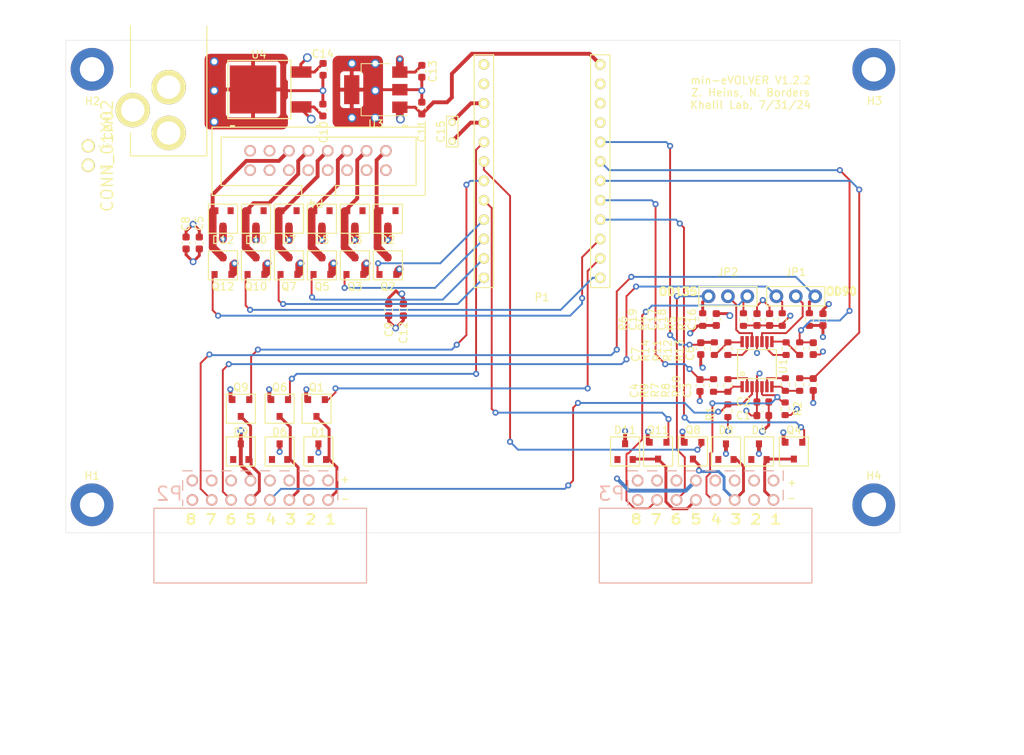
<source format=kicad_pcb>
(kicad_pcb (version 20211014) (generator pcbnew)
  (layers (0 "F.Cu" signal) (1 "In1.Cu" signal) (2 "In2.Cu" signal) (31 "B.Cu" signal) (34 "B.Paste" user) (35 "F.Paste" user) (36 "B.SilkS" user "B.Silkscreen") (37 "F.SilkS" user "F.Silkscreen") (38 "B.Mask" user) (39 "F.Mask" user) (44 "Edge.Cuts" user))
  (net 0 "")
  (net 1 "GND")
  (net 2 "+3V3")
  (net 3 "/A1")
  (net 4 "/A0")
  (net 5 "+12V")
  (net 6 "/A2")
  (net 7 "/A3")
  (net 8 "+5V")
  (net 9 "Net-(C15-Pad1)")
  (net 10 "/FAN-0")
  (net 11 "/P-0")
  (net 12 "/P-1")
  (net 13 "/FAN-1")
  (net 14 "/P-2")
  (net 15 "/HTR-0")
  (net 16 "/P-3")
  (net 17 "/HTR-1")
  (net 18 "/LED-0")
  (net 19 "/P-4")
  (net 20 "/LED-1")
  (net 21 "/P-5")
  (net 22 "/OD135-0")
  (net 23 "/OD-0")
  (net 24 "/OD90-0")
  (net 25 "/OD90-1")
  (net 26 "/OD-1")
  (net 27 "/OD135-1")
  (net 28 "/10")
  (net 29 "/11")
  (net 30 "/12")
  (net 31 "/13")
  (net 32 "/2")
  (net 33 "/3")
  (net 34 "/4")
  (net 35 "/5")
  (net 36 "/6")
  (net 37 "/7")
  (net 38 "/8")
  (net 39 "/9")
  (net 42 "/TS-0")
  (net 43 "/TS-1")
  (net 46 "Net-(R7-Pad2)")
  (net 47 "Net-(R7-Pad1)")
  (net 48 "Net-(R10-Pad2)")
  (net 49 "Net-(R8-Pad2)")
  (net 50 "Net-(R11-Pad1)")
  (net 51 "Net-(R11-Pad2)")
  (net 52 "Net-(R12-Pad1)")
  (net 53 "Net-(R12-Pad2)")
  (footprint "min-eV-footprint-lib:diode_SBR160S23" (layer "F.Cu") (at 125.476 71.128 180)
    (fp_text reference "D10")
    (fp_text value "D")
  )
  (footprint "min-eV-footprint-lib:diode_SBR160S23" (layer "F.Cu") (at 123.4948 101.6)
    (fp_text reference "D9")
    (fp_text value "D")
  )
  (footprint "min-eV-footprint-lib:diode_SBR160S23" (layer "F.Cu") (at 187.0202 101.6)
    (fp_text reference "D8")
    (fp_text value "D")
  )
  (footprint "min-eV-footprint-lib:diode_SBR160S23" (layer "F.Cu") (at 129.794 71.128 180)
    (fp_text reference "D7")
    (fp_text value "D")
  )
  (footprint "min-eV-footprint-lib:diode_SBR160S23" (layer "F.Cu") (at 128.5748 101.6)
    (fp_text reference "D6")
    (fp_text value "D")
  )
  (footprint "min-eV-footprint-lib:diode_SBR160S23" (layer "F.Cu") (at 191.3382 101.6)
    (fp_text reference "D4")
    (fp_text value "D")
  )
  (footprint "min-eV-footprint-lib:diode_SBR160S23" (layer "F.Cu") (at 138.43 71.128 180)
    (fp_text reference "D3")
    (fp_text value "D")
  )
  (footprint "min-eV-footprint-lib:diode_SBR160S23" (layer "F.Cu") (at 142.748 71.128 180)
    (fp_text reference "D2")
    (fp_text value "D")
  )
  (footprint "min-eV-footprint-lib:diode_SBR160S23" (layer "F.Cu") (at 133.6548 101.6)
    (fp_text reference "D1")
    (fp_text value "D")
  )
  (footprint "mods:2.1mm_DC_Jack" (layer "F.Cu") (at 114.046 56.896 -90)
    (fp_text reference "CON1")
    (fp_text value "BARREL_JACK")
  )
  (footprint "mods:FK18X5R0J105K" (layer "F.Cu") (at 151.1808 59.7154 -90)
    (fp_text reference "C15")
    (fp_text value "10u" hide)
  )
  (footprint "Capacitor_SMD:C_0603_1608Metric" (layer "F.Cu") (at 134.2644 51.562 -90)
    (fp_text reference "C14")
    (fp_text value ".1u")
  )
  (footprint "Capacitor_SMD:C_0603_1608Metric" (layer "F.Cu") (at 183.7182 88.138 -90)
    (fp_text reference "C7")
    (fp_text value ".1u")
  )
  (footprint "Capacitor_SMD:C_0603_1608Metric" (layer "F.Cu") (at 198.4502 88.138 -90)
    (fp_text reference "C6")
    (fp_text value ".1u")
  )
  (footprint "Capacitor_SMD:C_0603_1608Metric" (layer "F.Cu") (at 118.0592 74.303 90)
    (fp_text reference "C5")
    (fp_text value ".1u")
  )
  (footprint "Capacitor_SMD:C_0603_1608Metric" (layer "F.Cu") (at 198.4502 92.837 -90)
    (fp_text reference "C3")
    (fp_text value ".1u")
  )
  (footprint "Capacitor_SMD:C_0603_1608Metric" (layer "F.Cu") (at 191.8462 96.901 180)
    (fp_text reference "C1")
    (fp_text value "1u")
  )
  (footprint "min-eV-footprint-lib:mosfet_A03422" (layer "F.Cu") (at 195.9102 101.6 180)
    (fp_text reference "Q4")
    (fp_text value "Q_NMOS_GSD")
  )
  (footprint "mods:3pinheader_2_54_mm_pitch" (layer "F.Cu") (at 196.1642 81.28 180)
    (fp_text reference "JP1")
    (fp_text value "Jumper_3_Open")
  )
  (footprint "min-eV-footprint-lib:diode_SBR160S23" (layer "F.Cu") (at 121.158 71.128 180)
    (fp_text reference "D12")
    (fp_text value "D")
  )
  (footprint "min-eV-footprint-lib:mosfet_A03422" (layer "F.Cu") (at 138.43 77.224)
    (fp_text reference "Q3")
    (fp_text value "Q_NMOS_GSD")
  )
  (footprint "min-eV-footprint-lib:mosfet_A03422" (layer "F.Cu") (at 142.748 77.224)
    (fp_text reference "Q2")
    (fp_text value "Q_NMOS_GSD")
  )
  (footprint "min-eV-footprint-lib:mosfet_A03422" (layer "F.Cu") (at 133.4008 96.012 180)
    (fp_text reference "Q1")
    (fp_text value "Q_NMOS_GSD")
  )
  (footprint "min-eV-footprint-lib:diode_SBR160S23" (layer "F.Cu") (at 173.8122 101.6)
    (fp_text reference "D11")
    (fp_text value "D")
  )
  (footprint "min-eV-footprint-lib:mosfet_A03422" (layer "F.Cu") (at 128.5748 96.012 180)
    (fp_text reference "Q6")
    (fp_text value "Q_NMOS_GSD")
  )
  (footprint "min-eV-footprint-lib:mosfet_A03422" (layer "F.Cu") (at 134.112 77.224)
    (fp_text reference "Q5")
    (fp_text value "Q_NMOS_GSD")
  )
  (footprint "Resistor_SMD:R_0603_1608Metric" (layer "F.Cu") (at 196.6722 88.138 -90)
    (fp_text reference "R13")
    (fp_text value "10k")
  )
  (footprint "Resistor_SMD:R_0603_1608Metric" (layer "F.Cu") (at 196.6722 92.837 -90)
    (fp_text reference "R10")
    (fp_text value "10k")
  )
  (footprint "Resistor_SMD:R_0603_1608Metric" (layer "F.Cu") (at 185.3946 92.964 -90)
    (fp_text reference "R9")
    (fp_text value "10k")
  )
  (footprint "Resistor_SMD:R_0603_1608Metric" (layer "F.Cu") (at 183.9722 84.328 90)
    (fp_text reference "R6")
    (fp_text value "100k")
  )
  (footprint "Resistor_SMD:R_0603_1608Metric" (layer "F.Cu") (at 194.3862 84.328 90)
    (fp_text reference "R5")
    (fp_text value "100k")
  )
  (footprint "Resistor_SMD:R_0603_1608Metric" (layer "F.Cu") (at 189.3062 84.328 -90)
    (fp_text reference "R4")
    (fp_text value "1M")
  )
  (footprint "Resistor_SMD:R_0603_1608Metric" (layer "F.Cu") (at 194.7672 96.012 -90)
    (fp_text reference "R2")
    (fp_text value "10k")
  )
  (footprint "Resistor_SMD:R_0603_1608Metric" (layer "F.Cu") (at 187.2742 96.266 -90)
    (fp_text reference "R1")
    (fp_text value "10k")
  )
  (footprint "min-eV-footprint-lib:mosfet_A03422" (layer "F.Cu") (at 121.158 77.224)
    (fp_text reference "Q12")
    (fp_text value "Q_NMOS_GSD")
  )
  (footprint "min-eV-footprint-lib:mosfet_A03422" (layer "F.Cu") (at 123.4948 96.012 180)
    (fp_text reference "Q9")
    (fp_text value "Q_NMOS_GSD")
  )
  (footprint "min-eV-footprint-lib:mosfet_A03422" (layer "F.Cu") (at 129.794 77.224)
    (fp_text reference "Q7")
    (fp_text value "Q_NMOS_GSD")
  )
  (footprint "min-eV-footprint-lib:2x8 Connector" (layer "F.Cu") (at 133.604 63.5 180)
    (fp_text reference "P4")
    (fp_text value "CONN_02X08")
  )
  (footprint "MountingHole:MountingHole_3.2mm_M3_DIN965_Pad" (layer "F.Cu") (at 104.013 108.585)
    (fp_text reference "H1")
    (fp_text value "MountingHole_Pad")
  )
  (footprint "MountingHole:MountingHole_3.2mm_M3_DIN965_Pad" (layer "F.Cu") (at 104.013 51.562)
    (fp_text reference "H2")
    (fp_text value "MountingHole_Pad")
  )
  (footprint "MountingHole:MountingHole_3.2mm_M3_DIN965_Pad" (layer "F.Cu") (at 206.375 108.585)
    (fp_text reference "H4")
    (fp_text value "MountingHole_Pad")
  )
  (footprint "MountingHole:MountingHole_3.2mm_M3_DIN965_Pad" (layer "F.Cu") (at 206.375 51.562)
    (fp_text reference "H3")
    (fp_text value "MountingHole_Pad")
  )
  (footprint "mods:L7805CDT" (layer "F.Cu") (at 128.145 54.2036 90)
    (fp_text reference "U4")
    (fp_text value "L7805CDT")
  )
  (footprint "mods:24_pin_10in" (layer "F.Cu") (at 162.941 64.897)
    (fp_text reference "P1")
    (fp_text value "CONN_02X12" hide)
  )
  (footprint "Package_TO_SOT_SMD:SOT-223-3_TabPin2" (layer "F.Cu") (at 141.1656 54.229 180)
    (fp_text reference "U3")
    (fp_text value "AP7361C-33E")
  )
  (footprint "Capacitor_SMD:C_0603_1608Metric" (layer "F.Cu") (at 147.193 51.816 -90)
    (fp_text reference "C13")
    (fp_text value ".1u")
  )
  (footprint "Capacitor_SMD:C_0603_1608Metric" (layer "F.Cu") (at 147.193 56.642 90)
    (fp_text reference "C11")
    (fp_text value ".1u")
  )
  (footprint "Capacitor_SMD:C_0603_1608Metric" (layer "F.Cu") (at 134.239 56.896 90)
    (fp_text reference "C10")
    (fp_text value ".1u")
  )
  (footprint "Resistor_SMD:R_0603_1608Metric" (layer "F.Cu") (at 187.2742 92.964 90)
    (fp_text reference "R7")
    (fp_text value "10k")
  )
  (footprint "Resistor_SMD:R_0603_1608Metric" (layer "F.Cu") (at 197.9422 84.328 -90)
    (fp_text reference "R3")
    (fp_text value "1M")
  )
  (footprint "Capacitor_SMD:C_0603_1608Metric" (layer "F.Cu") (at 116.323532 74.303 90)
    (fp_text reference "C8")
    (fp_text value ".1u")
  )
  (footprint "Capacitor_SMD:C_0603_1608Metric" (layer "F.Cu") (at 191.8462 95.123)
    (fp_text reference "C2")
    (fp_text value ".1u")
  )
  (footprint "Capacitor_SMD:C_0603_1608Metric" (layer "F.Cu") (at 183.6166 92.964 -90)
    (fp_text reference "C4")
    (fp_text value ".1u")
  )
  (footprint "Resistor_SMD:R_0603_1608Metric" (layer "F.Cu") (at 185.4962 88.138 -90)
    (fp_text reference "R14")
    (fp_text value "10k")
  )
  (footprint "Resistor_SMD:R_0603_1608Metric" (layer "F.Cu") (at 187.2742 88.138 -90)
    (fp_text reference "R11")
    (fp_text value "10k")
  )
  (footprint "Resistor_SMD:R_0603_1608Metric" (layer "F.Cu") (at 194.8942 88.138 -90)
    (fp_text reference "R12")
    (fp_text value "10k")
  )
  (footprint "Capacitor_SMD:C_0603_1608Metric" (layer "F.Cu") (at 199.7202 84.328 90)
    (fp_text reference "C16")
    (fp_text value "1u")
  )
  (footprint "Capacitor_SMD:C_0603_1608Metric" (layer "F.Cu") (at 192.7352 84.328 90)
    (fp_text reference "C18")
    (fp_text value "1u")
  )
  (footprint "min-eV-footprint-lib:diode_SBR160S23" (layer "F.Cu") (at 134.112 71.128 180)
    (fp_text reference "D5")
    (fp_text value "D")
  )
  (footprint "min-eV-footprint-lib:mosfet_A03422" (layer "F.Cu") (at 178.1302 101.6 180)
    (fp_text reference "Q11")
    (fp_text value "Q_NMOS_GSD")
  )
  (footprint "min-eV-footprint-lib:mosfet_A03422" (layer "F.Cu") (at 182.7022 101.6 180)
    (fp_text reference "Q8")
    (fp_text value "Q_NMOS_GSD")
  )
  (footprint "mods:3pinheader_2_54_mm_pitch" (layer "F.Cu") (at 187.2742 81.28 180)
    (fp_text reference "JP2")
    (fp_text value "Jumper_3_Open")
  )
  (footprint "Capacitor_SMD:C_0603_1608Metric" (layer "F.Cu") (at 185.7502 84.328 90)
    (fp_text reference "C19")
    (fp_text value "1u")
  )
  (footprint "min-eV-footprint-lib:mosfet_A03422" (layer "F.Cu") (at 125.476 77.224)
    (fp_text reference "Q10")
    (fp_text value "Q_NMOS_GSD")
  )
  (footprint "Capacitor_SMD:C_0603_1608Metric" (layer "F.Cu") (at 142.8496 83.058 -90)
    (fp_text reference "C9")
    (fp_text value ".1u")
  )
  (footprint "Capacitor_SMD:C_0603_1608Metric" (layer "F.Cu") (at 144.78 83.058 -90)
    (fp_text reference "C12")
    (fp_text value ".1u")
  )
  (footprint "Capacitor_SMD:C_0603_1608Metric" (layer "F.Cu") (at 191.0842 84.328 90)
    (fp_text reference "C17")
    (fp_text value "1u")
  )
  (footprint "mods:screw_terminal" (layer "F.Cu") (at 103.505 62.865 -90)
    (fp_text reference "P7" hide)
    (fp_text value "CONN_01X02")
  )
  (footprint "mods:mcp6004-ssop" (layer "F.Cu") (at 191.0842 90.17)
    (fp_text reference "U1")
    (fp_text value "MCP6004")
  )
  (footprint "Resistor_SMD:R_0603_1608Metric" (layer "F.Cu") (at 194.7926 92.837 90)
    (fp_text reference "R8")
    (fp_text value "10k")
  )
  (footprint "mods:2x8_conn_10in" (layer "B.Cu") (at 126.0348 106.68 180)
    (fp_text reference "P2")
    (fp_text value "CONN_02X08" hide)
  )
  (footprint "mods:2x8_conn_10in" (layer "B.Cu") (at 184.3532 106.68 180)
    (fp_text reference "P3")
    (fp_text value "CONN_02X08" hide)
  )
  (gr_rect (start 209.804 112.268) (end 100.584 47.752) (layer "Edge.Cuts") (width 0.05) (fill none))
  (gr_text "OD135" (at 180.7464 80.6704) (layer "F.SilkS") (effects (font (size 1.016 1.016) (thickness 0.254))))
  (gr_text "GND" (at 105.791 64.389) (layer "F.SilkS") (effects (font (size 0.508 0.508) (thickness 0.0635))))
  (gr_text "+12V" (at 105.664 61.595) (layer "F.SilkS") (effects (font (size 0.508 0.508) (thickness 0.0635))))
  (gr_text "OD90" (at 202.1332 80.645) (layer "F.SilkS") (effects (font (size 1.016 1.016) (thickness 0.254))))
  (gr_text "-" (at 195.6054 107.696) (layer "F.SilkS") (effects (font (size 1 1))))
  (gr_text "-" (at 137.16 107.95 180) (layer "F.SilkS") (effects (font (size 1 1))))
  (gr_text "min-eVOLVER V1.2.2\nZ. Heins, N. Borders\nKhalil Lab, 7/31/24" (at 190.246 54.61) (layer "F.SilkS") (effects (font (size 1 1))))
  (gr_text "+" (at 137.1092 105.3846 180) (layer "F.SilkS") (effects (font (size 1 1))))
  (gr_text "8 7 6 5 4 3 2 1" (at 126.111 110.49) (layer "F.SilkS") (effects (font (size 1.27 1.524) (thickness 0.254))))
  (gr_text "+" (at 195.6562 105.664) (layer "F.SilkS") (effects (font (size 1 1))))
  (gr_text "8 7 6 5 4 3 2 1" (at 184.404 110.49) (layer "F.SilkS") (effects (font (size 1.27 1.524) (thickness 0.254))))
  (segment (start 131.144 78.224) (end 131.144 77.144) (width 1.016) (layer "F.Cu") (net 1))
  (segment (start 132.0508 95.012) (end 132.0508 93.5012) (width 0.508) (layer "F.Cu") (net 1))
  (segment (start 194.5602 100.6) (end 194.5602 99.1324) (width 0.508) (layer "F.Cu") (net 1))
  (segment (start 185.7502 83.553) (end 187.2612 83.553) (width 0.381) (layer "F.Cu") (net 1))
  (segment (start 118.0592 72.652) (end 117.2464 71.8392) (width 0.381) (layer "F.Cu") (net 1))
  (segment (start 144.78 83.833) (end 144.78 84.4296) (width 0.381) (layer "F.Cu") (net 1))
  (segment (start 183.7182 88.913) (end 183.7182 90.37933) (width 0.381) (layer "F.Cu") (net 1))
  (segment (start 183.7182 90.37933) (end 183.9722 90.63333) (width 0.381) (layer "F.Cu") (net 1))
  (segment (start 141.224 54.229) (end 141.097 54.356) (width 0.381) (layer "F.Cu") (net 1))
  (segment (start 183.6166 93.739) (end 183.6166 94.9706) (width 0.381) (layer "F.Cu") (net 1))
  (segment (start 147.066 54.229) (end 147.193 54.356) (width 0.381) (layer "F.Cu") (net 1))
  (segment (start 116.323532 73.528) (end 116.323532 72.762068) (width 0.381) (layer "F.Cu") (net 1))
  (segment (start 127.2248 93.4936) (end 127.2032 93.472) (width 0.508) (layer "F.Cu") (net 1))
  (segment (start 192.7352 82.677) (end 191.8462 81.788) (width 0.25) (layer "F.Cu") (net 1))
  (segment (start 144.098 77.905) (end 144.272 77.731) (width 1.016) (layer "F.Cu") (net 1))
  (segment (start 127.2248 95.012) (end 127.2248 93.4936) (width 0.508) (layer "F.Cu") (net 1))
  (segment (start 191.0842 87.22) (end 191.0842 88.6968) (width 0.25) (layer "F.Cu") (net 1))
  (segment (start 194.5602 99.1324) (end 194.5386 99.1108) (width 0.508) (layer "F.Cu") (net 1))
  (segment (start 176.7802 99.0384) (end 176.8094 99.0092) (width 0.508) (layer "F.Cu") (net 1))
  (segment (start 122.1448 95.012) (end 122.1448 93.4936) (width 0.508) (layer "F.Cu") (net 1))
  (segment (start 153.5992 58.547) (end 151.1808 60.9654) (width 0.508) (layer "F.Cu") (net 1))
  (segment (start 192.6212 95.123) (end 192.6212 96.901) (width 0.25) (layer "F.Cu") (net 1))
  (segment (start 126.826 77.144) (end 127 76.97) (width 1.016) (layer "F.Cu") (net 1))
  (segment (start 192.7352 83.553) (end 192.7352 82.677) (width 0.25) (layer "F.Cu") (net 1))
  (segment (start 192.6212 98.151199) (end 191.7954 98.976999) (width 0.381) (layer "F.Cu") (net 1))
  (segment (start 144.78 84.4296) (end 143.764 85.4456) (width 0.381) (layer "F.Cu") (net 1))
  (segment (start 181.3522 100.6) (end 181.3522 99.0308) (width 0.508) (layer "F.Cu") (net 1))
  (segment (start 144.3156 54.229) (end 147.066 54.229) (width 0.381) (layer "F.Cu") (net 1))
  (segment (start 187.2612 83.553) (end 187.5282 83.82) (width 0.381) (layer "F.Cu") (net 1))
  (segment (start 122.1448 93.4936) (end 122.1232 93.472) (width 0.508) (layer "F.Cu") (net 1))
  (segment (start 134.239 54.356) (end 129.159 54.356) (width 0.381) (layer "F.Cu") (net 1))
  (segment (start 199.7202 83.058) (end 200.4822 82.296) (width 0.381) (layer "F.Cu") (net 1))
  (segment (start 192.6212 96.901) (end 192.6212 98.151199) (width 0.381) (layer "F.Cu") (net 1))
  (segment (start 132.0508 93.5012) (end 132.08 93.472) (width 0.508) (layer "F.Cu") (net 1))
  (segment (start 126.826 78.224) (end 126.826 77.144) (width 1.016) (layer "F.Cu") (net 1))
  (segment (start 142.8496 83.833) (end 142.8496 84.5312) (width 0.381) (layer "F.Cu") (net 1))
  (segment (start 147.193 52.591) (end 147.193 54.356) (width 0.381) (layer "F.Cu") (net 1))
  (segment (start 144.098 78.224) (end 144.098 77.905) (width 1.016) (layer "F.Cu") (net 1))
  (segment (start 134.239 54.356) (end 134.239 52.3624) (width 0.381) (layer "F.Cu") (net 1))
  (segment (start 198.4502 93.612) (end 198.4502 95.25) (width 0.381) (layer "F.Cu") (net 1))
  (segment (start 139.78 77.144) (end 139.954 76.97) (width 1.016) (layer "F.Cu") (net 1))
  (segment (start 199.3262 88.913) (end 199.7202 88.519) (width 0.25) (layer "F.Cu") (net 1))
  (segment (start 134.239 56.121) (end 134.239 54.356) (width 0.381) (layer "F.Cu") (net 1))
  (segment (start 198.4502 88.913) (end 199.3262 88.913) (width 0.25) (layer "F.Cu") (net 1))
  (segment (start 199.7202 83.553) (end 199.7202 83.058) (width 0.381) (layer "F.Cu") (net 1))
  (segment (start 147.193 55.867) (end 147.193 54.356) (width 0.381) (layer "F.Cu") (net 1))
  (segment (start 122.508 77.144) (end 122.682 76.97) (width 1.016) (layer "F.Cu") (net 1))
  (segment (start 183.6166 94.9706) (end 183.5912 94.996) (width 0.381) (layer "F.Cu") (net 1))
  (segment (start 118.0592 73.528) (end 118.0592 72.652) (width 0.381) (layer "F.Cu") (net 1))
  (segment (start 135.462 78.224) (end 135.462 77.144) (width 1.016) (layer "F.Cu") (net 1))
  (segment (start 155.321 58.547) (end 153.5992 58.547) (width 0.508) (layer "F.Cu") (net 1))
  (segment (start 116.323532 72.762068) (end 117.2464 71.8392) (width 0.381) (layer "F.Cu") (net 1))
  (segment (start 191.0842 82.55) (end 191.8462 81.788) (width 0.25) (layer "F.Cu") (net 1))
  (segment (start 176.7802 100.6) (end 176.7802 99.0384) (width 0.508) (layer "F.Cu") (net 1))
  (segment (start 122.508 78.224) (end 122.508 77.144) (width 1.016) (layer "F.Cu") (net 1))
  (segment (start 181.3522 99.0308) (end 181.3306 99.0092) (width 0.508) (layer "F.Cu") (net 1))
  (segment (start 191.0842 83.553) (end 191.0842 82.55) (width 0.25) (layer "F.Cu") (net 1))
  (segment (start 139.78 78.224) (end 139.78 77.144) (width 1.016) (layer "F.Cu") (net 1))
  (segment (start 142.8496 84.5312) (end 143.764 85.4456) (width 0.381) (layer "F.Cu") (net 1))
  (segment (start 144.3156 54.229) (end 141.224 54.229) (width 0.381) (layer "F.Cu") (net 1))
  (segment (start 131.144 77.144) (end 131.318 76.97) (width 1.016) (layer "F.Cu") (net 1))
  (segment (start 135.462 77.144) (end 135.636 76.97) (width 1.016) (layer "F.Cu") (net 1))
  (via (at 138.049 50.8) (size 1.143) (drill 0.762) (layers "F.Cu" "B.Cu") (net 1))
  (via (at 135.636 76.97) (size 0.889) (drill 0.508) (layers "F.Cu" "B.Cu") (net 1))
  (via (at 122.1232 93.472) (size 0.8) (drill 0.4) (layers "F.Cu" "B.Cu") (net 1))
  (via (at 138.049 57.912) (size 1.143) (drill 0.762) (layers "F.Cu" "B.Cu") (net 1))
  (via (at 144.272 77.731) (size 0.889) (drill 0.508) (layers "F.Cu" "B.Cu") (net 1))
  (via (at 187.5282 83.82) (size 0.889) (drill 0.508) (layers "F.Cu" "B.Cu") (net 1))
  (via (at 143.764 85.4456) (size 0.889) (drill 0.508) (layers "F.Cu" "B.Cu") (net 1))
  (via (at 183.5912 94.996) (size 0.8) (drill 0.4) (layers "F.Cu" "B.Cu") (net 1))
  (via (at 199.7202 88.519) (size 0.8) (drill 0.4) (layers "F.Cu" "B.Cu") (net 1))
  (via (at 139.954 76.97) (size 0.889) (drill 0.508) (layers "F.Cu" "B.Cu") (net 1))
  (via (at 191.8462 81.788) (size 0.8) (drill 0.4) (layers "F.Cu" "B.Cu") (net 1))
  (via (at 127 76.97) (size 0.889) (drill 0.508) (layers "F.Cu" "B.Cu") (net 1))
  (via (at 134.239 54.356) (size 0.889) (drill 0.508) (layers "F.Cu" "B.Cu") (net 1))
  (via (at 117.2464 71.8392) (size 0.889) (drill 0.508) (layers "F.Cu" "B.Cu") (net 1))
  (via (at 200.4822 82.296) (size 0.8) (drill 0.4) (layers "F.Cu" "B.Cu") (net 1))
  (via (at 120.015 54.356) (size 1.143) (drill 0.762) (layers "F.Cu" "B.Cu") (net 1))
  (via (at 191.0842 88.6968) (size 0.8) (drill 0.4) (layers "F.Cu" "B.Cu") (net 1))
  (via (at 141.097 54.356) (size 1.143) (drill 0.762) (layers "F.Cu" "B.Cu") (net 1))
  (via (at 198.4502 95.25) (size 0.8) (drill 0.4) (layers "F.Cu" "B.Cu") (net 1))
  (via (at 176.8094 99.0092) (size 0.8) (drill 0.4) (layers "F.Cu" "B.Cu") (net 1))
  (via (at 132.08 93.472) (size 0.8) (drill 0.4) (layers "F.Cu" "B.Cu") (net 1))
  (via (at 127.2032 93.472) (size 0.8) (drill 0.4) (layers "F.Cu" "B.Cu") (net 1))
  (via (at 194.5386 99.1108) (size 0.8) (drill 0.4) (layers "F.Cu" "B.Cu") (net 1))
  (via (at 122.682 76.97) (size 0.889) (drill 0.508) (layers "F.Cu" "B.Cu") (net 1))
  (via (at 120.015 58.42) (size 1.143) (drill 0.762) (layers "F.Cu" "B.Cu") (net 1))
  (via (at 120.015 50.546) (size 1.143) (drill 0.762) (layers "F.Cu" "B.Cu") (net 1))
  (via (at 131.318 76.97) (size 0.889) (drill 0.508) (layers "F.Cu" "B.Cu") (net 1))
  (via (at 141.097 50.8) (size 1.143) (drill 0.762) (layers "F.Cu" "B.Cu") (net 1))
  (via (at 183.9722 90.63333) (size 0.8) (drill 0.4) (layers "F.Cu" "B.Cu") (net 1))
  (via (at 141.097 57.912) (size 1.143) (drill 0.762) (layers "F.Cu" "B.Cu") (net 1))
  (via (at 147.193 54.356) (size 0.889) (drill 0.508) (layers "F.Cu" "B.Cu") (net 1))
  (via (at 191.7954 98.976999) (size 0.889) (drill 0.508) (layers "F.Cu" "B.Cu") (net 1))
  (via (at 181.3306 99.0092) (size 0.8) (drill 0.4) (layers "F.Cu" "B.Cu") (net 1))
  (segment (start 192.7352 85.103) (end 191.0842 85.103) (width 0.25) (layer "F.Cu") (net 2))
  (segment (start 194.3862 84.892409) (end 195.450917 83.827692) (width 0.25) (layer "F.Cu") (net 2))
  (segment (start 191.0842 91.7194) (end 191.4144 91.3892) (width 0.25) (layer "F.Cu") (net 2))
  (segment (start 194.7672 96.837) (end 195.511201 96.837) (width 0.25) (layer "F.Cu") (net 2))
  (segment (start 194.3862 85.153) (end 192.7852 85.153) (width 0.25) (layer "F.Cu") (net 2))
  (segment (start 191.0842 85.103) (end 189.3562 85.103) (width 0.25) (layer "F.Cu") (net 2))
  (segment (start 146.305 51.929) (end 147.193 51.041) (width 0.381) (layer "F.Cu") (net 2))
  (segment (start 199.7202 85.103) (end 197.9922 85.103) (width 0.381) (layer "F.Cu") (net 2))
  (segment (start 183.312399 85.153) (end 182.3345 86.130899) (width 0.381) (layer "F.Cu") (net 2))
  (segment (start 194.3862 85.153) (end 194.3862 84.892409) (width 0.381) (layer "F.Cu") (net 2))
  (segment (start 190.3222 96.901) (end 189.6872 96.266) (width 0.25) (layer "F.Cu") (net 2))
  (segment (start 187.2742 97.091) (end 187.2742 98.932499) (width 0.25) (layer "F.Cu") (net 2))
  (segment (start 191.0712 95.123) (end 191.0712 96.901) (width 0.25) (layer "F.Cu") (net 2))
  (segment (start 185.7502 85.103) (end 184.0222 85.103) (width 0.381) (layer "F.Cu") (net 2))
  (segment (start 144.3156 51.929) (end 146.305 51.929) (width 0.381) (layer "F.Cu") (net 2))
  (segment (start 191.0842 93.12) (end 191.0842 91.7194) (width 0.25) (layer "F.Cu") (net 2))
  (segment (start 144.3156 50.2416) (end 144.3152 50.2412) (width 1.016) (layer "F.Cu") (net 2))
  (segment (start 144.3156 51.929) (end 144.3156 50.2416) (width 1.016) (layer "F.Cu") (net 2))
  (segment (start 183.9722 85.153) (end 183.312399 85.153) (width 0.381) (layer "F.Cu") (net 2))
  (segment (start 199.7202 85.103) (end 199.7202 86.614) (width 0.381) (layer "F.Cu") (net 2))
  (segment (start 191.0842 93.12) (end 191.0842 95.11) (width 0.25) (layer "F.Cu") (net 2))
  (segment (start 195.511201 96.837) (end 196.2912 96.057001) (width 0.25) (layer "F.Cu") (net 2))
  (segment (start 190.3222 96.901) (end 191.0712 96.901) (width 0.25) (layer "F.Cu") (net 2))
  (via (at 189.6872 96.266) (size 0.8) (drill 0.4) (layers "F.Cu" "B.Cu") (net 2))
  (via (at 195.450917 83.827692) (size 0.8) (drill 0.4) (layers "F.Cu" "B.Cu") (net 2))
  (via (at 199.7202 86.614) (size 0.8) (drill 0.4) (layers "F.Cu" "B.Cu") (net 2))
  (via (at 196.2912 96.057001) (size 0.8) (drill 0.4) (layers "F.Cu" "B.Cu") (net 2))
  (via (at 182.3345 86.130899) (size 0.8) (drill 0.4) (layers "F.Cu" "B.Cu") (net 2))
  (via (at 144.3152 50.2412) (size 0.8) (drill 0.4) (layers "F.Cu" "B.Cu") (net 2))
  (via (at 191.4144 91.3892) (size 0.8) (drill 0.4) (layers "F.Cu" "B.Cu") (net 2))
  (via (at 187.2742 98.932499) (size 0.8) (drill 0.4) (layers "F.Cu" "B.Cu") (net 2))
  (segment (start 196.6722 92.012) (end 198.4002 92.012) (width 0.25) (layer "F.Cu") (net 3))
  (segment (start 204.47 86.0422) (end 198.4502 92.062) (width 0.25) (layer "F.Cu") (net 3))
  (segment (start 204.47 67.31) (end 204.47 86.0422) (width 0.25) (layer "F.Cu") (net 3))
  (via (at 204.47 67.31) (size 0.8) (drill 0.4) (layers "F.Cu" "B.Cu") (net 3))
  (segment (start 203.327 66.167) (end 204.47 67.31) (width 0.25) (layer "B.Cu") (net 3))
  (segment (start 170.561 66.167) (end 203.327 66.167) (width 0.25) (layer "B.Cu") (net 3))
  (segment (start 177.8 88.9) (end 179.07 90.17) (width 0.25) (layer "F.Cu") (net 4))
  (segment (start 182.245 90.805) (end 182.245 90.8174) (width 0.25) (layer "F.Cu") (net 4))
  (segment (start 183.6166 92.189) (end 185.3446 92.189) (width 0.25) (layer "F.Cu") (net 4))
  (segment (start 177.8 69.215) (end 177.8 88.9) (width 0.25) (layer "F.Cu") (net 4))
  (segment (start 182.245 90.8174) (end 183.6166 92.189) (width 0.25) (layer "F.Cu") (net 4))
  (via (at 182.245 90.805) (size 0.8) (drill 0.4) (layers "F.Cu" "B.Cu") (net 4))
  (via (at 179.07 90.17) (size 0.8) (drill 0.4) (layers "F.Cu" "B.Cu") (net 4))
  (via (at 177.8 69.215) (size 0.8) (drill 0.4) (layers "F.Cu" "B.Cu") (net 4))
  (segment (start 170.561 68.707) (end 177.292 68.707) (width 0.25) (layer "B.Cu") (net 4))
  (segment (start 179.07 90.17) (end 181.61 90.17) (width 0.25) (layer "B.Cu") (net 4))
  (segment (start 177.292 68.707) (end 177.8 69.215) (width 0.25) (layer "B.Cu") (net 4))
  (segment (start 181.61 90.17) (end 182.245 90.805) (width 0.25) (layer "B.Cu") (net 4))
  (segment (start 138.43 72.128) (end 138.43 73.922) (width 1.016) (layer "F.Cu") (net 5))
  (segment (start 129.794 72.128) (end 129.794 73.922) (width 1.016) (layer "F.Cu") (net 5))
  (segment (start 128.5748 100.6) (end 128.5748 101.6508) (width 0.508) (layer "F.Cu") (net 5))
  (segment (start 133.6548 100.6) (end 133.6548 101.7524) (width 0.508) (layer "F.Cu") (net 5))
  (segment (start 134.112 72.128) (end 134.112 73.922) (width 1.016) (layer "F.Cu") (net 5))
  (segment (start 133.0576 56.4896) (end 134.239 57.671) (width 0.381) (layer "F.Cu") (net 5))
  (segment (start 191.3382 100.6) (end 191.3382 101.9048) (width 0.508) (layer "F.Cu") (net 5))
  (segment (start 131.345 56.4896) (end 133.0576 56.4896) (width 0.381) (layer "F.Cu") (net 5))
  (segment (start 142.8496 82.283) (end 142.8496 81.534) (width 0.381) (layer "F.Cu") (net 5))
  (segment (start 116.323532 75.078) (end 116.323532 75.843932) (width 0.381) (layer "F.Cu") (net 5))
  (segment (start 118.0592 75.954) (end 117.2464 76.7668) (width 0.381) (layer "F.Cu") (net 5))
  (segment (start 121.158 72.128) (end 121.158 73.795) (width 1.016) (layer "F.Cu") (net 5))
  (segment (start 144.78 82.283) (end 144.78 81.534) (width 0.381) (layer "F.Cu") (net 5))
  (segment (start 118.0592 75.078) (end 118.0592 75.954) (width 0.381) (layer "F.Cu") (net 5))
  (segment (start 144.78 81.534) (end 143.8148 80.5688) (width 0.381) (layer "F.Cu") (net 5))
  (segment (start 142.748 72.128) (end 142.748 73.922) (width 1.016) (layer "F.Cu") (net 5))
  (segment (start 116.323532 75.843932) (end 117.2464 76.7668) (width 0.381) (layer "F.Cu") (net 5))
  (segment (start 125.476 72.128) (end 125.476 73.922) (width 1.016) (layer "F.Cu") (net 5))
  (segment (start 131.345 56.7128) (end 132.715 58.0828) (width 0.381) (layer "F.Cu") (net 5))
  (segment (start 187.0202 100.6) (end 187.0202 101.9048) (width 0.508) (layer "F.Cu") (net 5))
  (segment (start 142.8496 81.534) (end 143.8148 80.5688) (width 0.381) (layer "F.Cu") (net 5))
  (via (at 125.476 73.922) (size 0.8) (drill 0.4) (layers "F.Cu" "B.Cu") (net 5))
  (via (at 128.5748 101.6508) (size 0.8) (drill 0.4) (layers "F.Cu" "B.Cu") (net 5))
  (via (at 121.158 73.795) (size 0.8) (drill 0.4) (layers "F.Cu" "B.Cu") (net 5))
  (via (at 133.6548 101.7524) (size 0.8) (drill 0.4) (layers "F.Cu" "B.Cu") (net 5))
  (via (at 187.0202 101.9048) (size 0.8) (drill 0.4) (layers "F.Cu" "B.Cu") (net 5))
  (via (at 129.794 73.922) (size 0.8) (drill 0.4) (layers "F.Cu" "B.Cu") (net 5))
  (via (at 144.582832 80.953) (size 0.889) (drill 0.508) (layers "F.Cu" "B.Cu") (net 5))
  (via (at 142.748 73.922) (size 0.8) (drill 0.4) (layers "F.Cu" "B.Cu") (net 5))
  (via (at 132.715 58.0828) (size 1.143) (drill 0.762) (layers "F.Cu" "B.Cu") (net 5))
  (via (at 134.112 73.922) (size 0.8) (drill 0.4) (layers "F.Cu" "B.Cu") (net 5))
  (via (at 138.43 73.922) (size 0.8) (drill 0.4) (layers "F.Cu" "B.Cu") (net 5))
  (via (at 191.3382 101.9048) (size 0.8) (drill 0.4) (layers "F.Cu" "B.Cu") (net 5))
  (via (at 117.2464 76.7668) (size 0.889) (drill 0.508) (layers "F.Cu" "B.Cu") (net 5))
  (segment (start 203.2 83.185) (end 203.2 66.04) (width 0.25) (layer "F.Cu") (net 6))
  (segment (start 196.6722 87.313) (end 196.6722 85.9028) (width 0.25) (layer "F.Cu") (net 6))
  (segment (start 203.2 66.04) (end 201.93 64.77) (width 0.25) (layer "F.Cu") (net 6))
  (segment (start 196.6722 85.9028) (end 196.85 85.725) (width 0.25) (layer "F.Cu") (net 6))
  (segment (start 196.6722 87.313) (end 198.4002 87.313) (width 0.25) (layer "F.Cu") (net 6))
  (via (at 203.2 83.185) (size 0.8) (drill 0.4) (layers "F.Cu" "B.Cu") (net 6))
  (via (at 201.93 64.77) (size 0.8) (drill 0.4) (layers "F.Cu" "B.Cu") (net 6))
  (via (at 196.85 85.725) (size 0.8) (drill 0.4) (layers "F.Cu" "B.Cu") (net 6))
  (segment (start 171.704 64.77) (end 170.561 63.627) (width 0.25) (layer "B.Cu") (net 6))
  (segment (start 198.12 84.455) (end 201.93 84.455) (width 0.25) (layer "B.Cu") (net 6))
  (segment (start 196.85 85.725) (end 198.12 84.455) (width 0.25) (layer "B.Cu") (net 6))
  (segment (start 201.93 64.77) (end 171.704 64.77) (width 0.25) (layer "B.Cu") (net 6))
  (segment (start 201.93 84.455) (end 203.2 83.185) (width 0.25) (layer "B.Cu") (net 6))
  (segment (start 182.245 87.63) (end 183.4512 87.63) (width 0.25) (layer "F.Cu") (net 7))
  (segment (start 185.4962 87.313) (end 183.7682 87.313) (width 0.381) (layer "F.Cu") (net 7))
  (segment (start 179.705 61.595) (end 179.705 86.36) (width 0.25) (layer "F.Cu") (net 7))
  (segment (start 183.4512 87.63) (end 183.7182 87.363) (width 0.25) (layer "F.Cu") (net 7))
  (via (at 182.245 87.63) (size 0.8) (drill 0.4) (layers "F.Cu" "B.Cu") (net 7))
  (via (at 179.705 61.595) (size 0.8) (drill 0.4) (layers "F.Cu" "B.Cu") (net 7))
  (via (at 179.705 86.36) (size 0.8) (drill 0.4) (layers "F.Cu" "B.Cu") (net 7))
  (segment (start 170.561 61.087) (end 179.197 61.087) (width 0.25) (layer "B.Cu") (net 7))
  (segment (start 179.197 61.087) (end 179.705 61.595) (width 0.25) (layer "B.Cu") (net 7))
  (segment (start 179.705 86.36) (end 180.975 87.63) (width 0.25) (layer "B.Cu") (net 7))
  (segment (start 180.975 87.63) (end 182.245 87.63) (width 0.25) (layer "B.Cu") (net 7))
  (segment (start 131.345 51.9176) (end 133.1338 51.9176) (width 0.381) (layer "F.Cu") (net 8))
  (segment (start 146.305 56.529) (end 147.193 57.417) (width 0.381) (layer "F.Cu") (net 8))
  (segment (start 123.4948 103.378) (end 124.7648 104.648) (width 0.508) (layer "F.Cu") (net 8))
  (segment (start 144.3156 56.529) (end 146.305 56.529) (width 0.381) (layer "F.Cu") (net 8))
  (segment (start 153.74 49.53) (end 151.13 52.14) (width 0.508) (layer "F.Cu") (net 8))
  (segment (start 151.13 55.245) (end 150.495 55.88) (width 0.508) (layer "F.Cu") (net 8))
  (segment (start 148.73 55.88) (end 147.193 57.417) (width 0.508) (layer "F.Cu") (net 8))
  (segment (start 131.345 51.9176) (end 131.345 50.9) (width 0.381) (layer "F.Cu") (net 8))
  (segment (start 144.3156 57.9994) (end 144.399 58.0828) (width 1.016) (layer "F.Cu") (net 8))
  (segment (start 169.164 49.53) (end 153.74 49.53) (width 0.508) (layer "F.Cu") (net 8))
  (segment (start 123.4948 100.6) (end 123.4948 98.8822) (width 0.508) (layer "F.Cu") (net 8))
  (segment (start 123.4948 100.6) (end 123.4948 103.378) (width 0.508) (layer "F.Cu") (net 8))
  (segment (start 170.561 50.927) (end 169.164 49.53) (width 0.508) (layer "F.Cu") (net 8))
  (segment (start 151.13 52.14) (end 151.13 55.245) (width 0.508) (layer "F.Cu") (net 8))
  (segment (start 150.495 55.88) (end 148.73 55.88) (width 0.508) (layer "F.Cu") (net 8))
  (segment (start 173.8122 100.6) (end 173.8122 98.933) (width 0.508) (layer "F.Cu") (net 8))
  (segment (start 133.1338 51.9176) (end 134.2644 50.787) (width 0.381) (layer "F.Cu") (net 8))
  (segment (start 131.345 50.9) (end 132.207 50.038) (width 0.381) (layer "F.Cu") (net 8))
  (segment (start 144.3156 56.529) (end 144.3156 57.9994) (width 1.016) (layer "F.Cu") (net 8))
  (via (at 132.207 50.038) (size 1.143) (drill 0.762) (layers "F.Cu" "B.Cu") (net 8))
  (via (at 123.4948 98.8822) (size 0.889) (drill 0.508) (layers "F.Cu" "B.Cu") (net 8))
  (via (at 144.399 58.0828) (size 1.143) (drill 0.762) (layers "F.Cu" "B.Cu") (net 8))
  (via (at 173.8122 98.933) (size 0.8) (drill 0.4) (layers "F.Cu" "B.Cu") (net 8))
  (via (at 172.7575 105.156) (size 0.8) (drill 0.4) (layers "F.Cu" "B.Cu") (net 8))
  (segment (start 181.7592 106.734) (end 174.3355 106.734) (width 0.508) (layer "B.Cu") (net 8))
  (segment (start 174.3355 106.734) (end 172.7575 105.156) (width 0.508) (layer "B.Cu") (net 8))
  (segment (start 183.0832 105.41) (end 181.7592 106.734) (width 0.508) (layer "B.Cu") (net 8))
  (segment (start 155.321 56.007) (end 153.6392 56.007) (width 0.508) (layer "F.Cu") (net 9))
  (segment (start 153.6392 56.007) (end 151.1808 58.4654) (width 0.508) (layer "F.Cu") (net 9))
  (segment (start 136.0773 106.7975) (end 134.9248 107.95) (width 0.381) (layer "F.Cu") (net 10))
  (segment (start 136.0773 103.6725) (end 136.0773 106.7975) (width 0.381) (layer "F.Cu") (net 10))
  (segment (start 135.0048 102.6) (end 136.0773 103.6725) (width 0.381) (layer "F.Cu") (net 10))
  (segment (start 135.0518 98.663) (end 135.0518 102.553) (width 0.381) (layer "F.Cu") (net 10))
  (segment (start 133.4008 97.012) (end 135.0518 98.663) (width 0.381) (layer "F.Cu") (net 10))
  (segment (start 141.398 70.128) (end 141.398 70.078) (width 0.25) (layer "F.Cu") (net 11))
  (segment (start 142.748 76.224) (end 141.398 74.874) (width 1.016) (layer "F.Cu") (net 11))
  (segment (start 141.278 70.008) (end 141.278 63.446) (width 0.508) (layer "F.Cu") (net 11))
  (segment (start 141.278 63.446) (end 142.494 62.23) (width 0.508) (layer "F.Cu") (net 11))
  (segment (start 141.398 74.874) (end 141.398 70.128) (width 1.016) (layer "F.Cu") (net 11))
  (segment (start 141.398 70.128) (end 141.278 70.008) (width 0.508) (layer "F.Cu") (net 11))
  (segment (start 138.738 68.47) (end 138.738 63.446) (width 0.508) (layer "F.Cu") (net 12))
  (segment (start 137.08 70.128) (end 138.738 68.47) (width 0.508) (layer "F.Cu") (net 12))
  (segment (start 138.738 63.446) (end 139.954 62.23) (width 0.508) (layer "F.Cu") (net 12))
  (segment (start 137.08 74.874) (end 137.08 70.128) (width 1.016) (layer "F.Cu") (net 12))
  (segment (start 138.43 76.224) (end 137.08 74.874) (width 1.016) (layer "F.Cu") (net 12))
  (segment (start 192.0907 106.7975) (end 193.2432 107.95) (width 0.381) (layer "F.Cu") (net 13))
  (segment (start 192.0907 103.1975) (end 192.0907 106.7975) (width 0.381) (layer "F.Cu") (net 13))
  (segment (start 192.6882 102.6) (end 192.0907 103.1975) (width 0.381) (layer "F.Cu") (net 13))
  (segment (start 192.6882 102.6) (end 195.9102 102.6) (width 0.381) (layer "F.Cu") (net 13))
  (segment (start 134.112 76.224) (end 132.762 74.874) (width 1.016) (layer "F.Cu") (net 14))
  (segment (start 136.198 63.446) (end 137.414 62.23) (width 0.508) (layer "F.Cu") (net 14))
  (segment (start 132.762 70.128) (end 136.198 66.692) (width 0.508) (layer "F.Cu") (net 14))
  (segment (start 136.198 66.692) (end 136.198 63.446) (width 0.508) (layer "F.Cu") (net 14))
  (segment (start 132.762 74.874) (end 132.762 70.128) (width 1.016) (layer "F.Cu") (net 14))
  (segment (start 129.9718 98.409) (end 129.9718 102.553) (width 0.381) (layer "F.Cu") (net 15))
  (segment (start 129.9248 102.6) (end 130.9973 103.6725) (width 0.381) (layer "F.Cu") (net 15))
  (segment (start 130.9973 103.6725) (end 130.9973 106.7975) (width 0.381) (layer "F.Cu") (net 15))
  (segment (start 130.9973 106.7975) (end 129.8448 107.95) (width 0.381) (layer "F.Cu") (net 15))
  (segment (start 128.5748 97.012) (end 129.9718 98.409) (width 0.381) (layer "F.Cu") (net 15))
  (segment (start 129.794 76.224) (end 128.444 74.874) (width 1.016) (layer "F.Cu") (net 16))
  (segment (start 129.008 70.128) (end 133.55 65.586) (width 0.508) (layer "F.Cu") (net 16))
  (segment (start 133.55 65.586) (end 133.55 63.554) (width 0.508) (layer "F.Cu") (net 16))
  (segment (start 128.444 70.128) (end 129.008 70.128) (width 0.508) (layer "F.Cu") (net 16))
  (segment (start 133.55 63.554) (end 134.874 62.23) (width 0.508) (layer "F.Cu") (net 16))
  (segment (start 128.444 74.874) (end 128.444 70.128) (width 1.016) (layer "F.Cu") (net 16))
  (segment (start 188.3702 102.6) (end 189.3157 103.5455) (width 0.381) (layer "F.Cu") (net 17))
  (segment (start 189.3157 103.5455) (end 189.3157 106.7975) (width 0.381) (layer "F.Cu") (net 17))
  (segment (start 189.3157 106.7975) (end 188.1632 107.95) (width 0.381) (layer "F.Cu") (net 17))
  (segment (start 183.474425 103.372225) (end 182.7022 102.6) (width 0.381) (layer "F.Cu") (net 17))
  (segment (start 183.474425 104.105917) (end 183.474425 103.372225) (width 0.381) (layer "F.Cu") (net 17))
  (via (at 183.474425 104.105917) (size 0.8) (drill 0.4) (layers "F.Cu" "B.Cu") (net 17))
  (segment (start 186.7757 106.5625) (end 186.7757 104.932618) (width 0.381) (layer "B.Cu") (net 17))
  (segment (start 183.602903 104.234395) (end 183.474425 104.105917) (width 0.381) (layer "B.Cu") (net 17))
  (segment (start 183.602903 104.234395) (end 186.077477 104.234395) (width 0.381) (layer "B.Cu") (net 17))
  (segment (start 188.1632 107.95) (end 186.7757 106.5625) (width 0.381) (layer "B.Cu") (net 17))
  (segment (start 186.7757 104.932618) (end 186.077477 104.234395) (width 0.381) (layer "B.Cu") (net 17))
  (segment (start 125.9173 106.7975) (end 124.7648 107.95) (width 0.381) (layer "F.Cu") (net 18))
  (segment (start 124.8448 103.431) (end 125.9173 104.5035) (width 0.381) (layer "F.Cu") (net 18))
  (segment (start 124.7743 98.2915) (end 124.7743 102.4355) (width 0.381) (layer "F.Cu") (net 18))
  (segment (start 123.4948 97.012) (end 124.7743 98.2915) (width 0.381) (layer "F.Cu") (net 18))
  (segment (start 124.8448 102.6) (end 124.8448 103.431) (width 0.381) (layer "F.Cu") (net 18))
  (segment (start 125.9173 104.5035) (end 125.9173 106.7975) (width 0.381) (layer "F.Cu") (net 18))
  (segment (start 124.126 74.874) (end 124.126 70.128) (width 1.016) (layer "F.Cu") (net 19))
  (segment (start 125.166 69.088) (end 124.126 70.128) (width 0.508) (layer "F.Cu") (net 19))
  (segment (start 131.01 63.554) (end 131.01 65.273684) (width 0.508) (layer "F.Cu") (net 19))
  (segment (start 127.195684 69.088) (end 125.166 69.088) (width 0.508) (layer "F.Cu") (net 19))
  (segment (start 131.01 65.273684) (end 127.195684 69.088) (width 0.508) (layer "F.Cu") (net 19))
  (segment (start 132.334 62.23) (end 131.01 63.554) (width 0.508) (layer "F.Cu") (net 19))
  (segment (start 125.476 76.224) (end 124.126 74.874) (width 1.016) (layer "F.Cu") (net 19))
  (segment (start 175.1622 102.6) (end 178.1302 102.6) (width 0.381) (layer "F.Cu") (net 20))
  (segment (start 181.9307 109.1025) (end 183.0832 107.95) (width 0.381) (layer "F.Cu") (net 20))
  (segment (start 179.1557 103.6255) (end 179.1557 108.192382) (width 0.381) (layer "F.Cu") (net 20))
  (segment (start 179.1557 108.192382) (end 180.065818 109.1025) (width 0.381) (layer "F.Cu") (net 20))
  (segment (start 178.1302 102.6) (end 179.1557 103.6255) (width 0.381) (layer "F.Cu") (net 20))
  (segment (start 180.065818 109.1025) (end 181.9307 109.1025) (width 0.381) (layer "F.Cu") (net 20))
  (segment (start 119.808 74.874) (end 119.808 70.128) (width 1.016) (layer "F.Cu") (net 21))
  (segment (start 119.808 67.956316) (end 119.808 70.128) (width 0.508) (layer "F.Cu") (net 21))
  (segment (start 129.794 62.23) (end 128.47 63.554) (width 0.508) (layer "F.Cu") (net 21))
  (segment (start 121.158 76.224) (end 119.808 74.874) (width 1.016) (layer "F.Cu") (net 21))
  (segment (start 124.210316 63.554) (end 119.808 67.956316) (width 0.508) (layer "F.Cu") (net 21))
  (segment (start 128.47 63.554) (end 124.210316 63.554) (width 0.508) (layer "F.Cu") (net 21))
  (segment (start 121.1378 106.863) (end 121.1378 90.9522) (width 0.25) (layer "F.Cu") (net 22))
  (segment (start 173.99 89.535) (end 173.99 81.28) (width 0.25) (layer "F.Cu") (net 22))
  (segment (start 194.3862 83.503) (end 194.3862 82.042) (width 0.25) (layer "F.Cu") (net 22))
  (segment (start 194.3862 82.042) (end 193.6242 81.28) (width 0.25) (layer "F.Cu") (net 22))
  (segment (start 122.2248 107.95) (end 121.1378 106.863) (width 0.25) (layer "F.Cu") (net 22))
  (segment (start 121.1378 90.9522) (end 121.92 90.17) (width 0.25) (layer "F.Cu") (net 22))
  (segment (start 173.99 81.28) (end 175.26 80.01) (width 0.25) (layer "F.Cu") (net 22))
  (via (at 121.92 90.17) (size 0.8) (drill 0.4) (layers "F.Cu" "B.Cu") (net 22))
  (via (at 175.26 80.01) (size 0.8) (drill 0.4) (layers "F.Cu" "B.Cu") (net 22))
  (via (at 173.99 89.535) (size 0.8) (drill 0.4) (layers "F.Cu" "B.Cu") (net 22))
  (segment (start 175.26 80.01) (end 192.3542 80.01) (width 0.25) (layer "B.Cu") (net 22))
  (segment (start 173.355 90.17) (end 173.99 89.535) (width 0.25) (layer "B.Cu") (net 22))
  (segment (start 121.92 90.17) (end 173.355 90.17) (width 0.25) (layer "B.Cu") (net 22))
  (segment (start 192.3542 80.01) (end 193.6242 81.28) (width 0.25) (layer "B.Cu") (net 22))
  (segment (start 196.1642 81.28) (end 197.0642 82.18) (width 0.25) (layer "F.Cu") (net 23))
  (segment (start 197.0642 83.936) (end 194.8957 86.1045) (width 0.25) (layer "F.Cu") (net 23))
  (segment (start 197.0642 82.18) (end 197.0642 83.936) (width 0.25) (layer "F.Cu") (net 23))
  (segment (start 194.8957 86.1045) (end 191.7687 86.1045) (width 0.25) (layer "F.Cu") (net 23))
  (segment (start 191.7342 86.139) (end 191.7342 87.22) (width 0.25) (layer "F.Cu") (net 23))
  (segment (start 191.7687 86.1045) (end 191.7342 86.139) (width 0.25) (layer "F.Cu") (net 23))
  (segment (start 118.2318 106.497) (end 118.2318 90.0482) (width 0.25) (layer "F.Cu") (net 24))
  (segment (start 172.72 80.645) (end 174.625 78.74) (width 0.25) (layer "F.Cu") (net 24))
  (segment (start 119.6848 107.95) (end 118.2318 106.497) (width 0.25) (layer "F.Cu") (net 24))
  (segment (start 118.2318 90.0482) (end 119.38 88.9) (width 0.25) (layer "F.Cu") (net 24))
  (segment (start 172.72 88.265) (end 172.72 80.645) (width 0.25) (layer "F.Cu") (net 24))
  (segment (start 197.9422 83.503) (end 197.9422 82.042) (width 0.381) (layer "F.Cu") (net 24))
  (segment (start 197.9422 82.042) (end 198.7042 81.28) (width 0.381) (layer "F.Cu") (net 24))
  (via (at 172.72 88.265) (size 0.8) (drill 0.4) (layers "F.Cu" "B.Cu") (net 24))
  (via (at 174.625 78.74) (size 0.8) (drill 0.4) (layers "F.Cu" "B.Cu") (net 24))
  (via (at 119.38 88.9) (size 0.8) (drill 0.4) (layers "F.Cu" "B.Cu") (net 24))
  (segment (start 119.38 88.9) (end 119.4695 88.9895) (width 0.25) (layer "B.Cu") (net 24))
  (segment (start 174.625 78.74) (end 196.1642 78.74) (width 0.25) (layer "B.Cu") (net 24))
  (segment (start 196.1642 78.74) (end 198.7042 81.28) (width 0.25) (layer "B.Cu") (net 24))
  (segment (start 171.9955 88.9895) (end 172.72 88.265) (width 0.25) (layer "B.Cu") (net 24))
  (segment (start 119.4695 88.9895) (end 171.9955 88.9895) (width 0.25) (layer "B.Cu") (net 24))
  (segment (start 176.0552 100.0428) (end 174.244 101.854) (width 0.25) (layer "F.Cu") (net 25))
  (segment (start 173.99 108.014051) (end 175.012949 109.037) (width 0.25) (layer "F.Cu") (net 25))
  (segment (start 174.1122 101.854) (end 173.99 101.9762) (width 0.25) (layer "F.Cu") (net 25))
  (segment (start 176.0552 83.7868) (end 176.0552 100.0428) (width 0.25) (layer "F.Cu") (net 25))
  (segment (start 173.99 101.9762) (end 173.99 108.014051) (width 0.25) (layer "F.Cu") (net 25))
  (segment (start 176.53 83.312) (end 176.0552 83.7868) (width 0.25) (layer "F.Cu") (net 25))
  (segment (start 174.244 101.854) (end 174.1122 101.854) (width 0.25) (layer "F.Cu") (net 25))
  (segment (start 175.012949 109.037) (end 176.9162 109.037) (width 0.25) (layer "F.Cu") (net 25))
  (segment (start 176.9162 109.037) (end 178.0032 107.95) (width 0.25) (layer "F.Cu") (net 25))
  (segment (start 189.3062 83.503) (end 189.3062 81.788) (width 0.25) (layer "F.Cu") (net 25))
  (segment (start 189.3062 81.788) (end 189.8142 81.28) (width 0.381) (layer "F.Cu") (net 25))
  (via (at 176.53 83.312) (size 0.8) (drill 0.4) (layers "F.Cu" "B.Cu") (net 25))
  (segment (start 177.33699 82.50501) (end 176.53 83.312) (width 0.25) (layer "B.Cu") (net 25))
  (segment (start 189.8142 81.28) (end 188.58919 82.50501) (width 0.25) (layer "B.Cu") (net 25))
  (segment (start 188.58919 82.50501) (end 177.33699 82.50501) (width 0.25) (layer "B.Cu") (net 25))
  (segment (start 190.4342 87.22) (end 190.4342 86.114) (width 0.25) (layer "F.Cu") (net 26))
  (segment (start 190.4247 86.1045) (end 188.7967 86.1045) (width 0.25) (layer "F.Cu") (net 26))
  (segment (start 188.7967 86.1045) (end 188.3632 85.671) (width 0.25) (layer "F.Cu") (net 26))
  (segment (start 188.3632 82.369) (end 187.2742 81.28) (width 0.25) (layer "F.Cu") (net 26))
  (segment (start 188.3632 85.671) (end 188.3632 82.369) (width 0.25) (layer "F.Cu") (net 26))
  (segment (start 190.4342 86.114) (end 190.4247 86.1045) (width 0.25) (layer "F.Cu") (net 26))
  (segment (start 181.6302 106.863) (end 181.6302 102.378) (width 0.25) (layer "F.Cu") (net 27))
  (segment (start 183.9722 83.503) (end 183.9722 82.042) (width 0.381) (layer "F.Cu") (net 27))
  (segment (start 181.6302 102.378) (end 180.594 101.3418) (width 0.25) (layer "F.Cu") (net 27))
  (segment (start 180.594 101.3418) (end 180.594 81.28) (width 0.25) (layer "F.Cu") (net 27))
  (segment (start 183.9722 82.042) (end 184.7342 81.28) (width 0.381) (layer "F.Cu") (net 27))
  (segment (start 180.5432 107.95) (end 181.6302 106.863) (width 0.25) (layer "F.Cu") (net 27))
  (via (at 180.594 81.28) (size 0.8) (drill 0.4) (layers "F.Cu" "B.Cu") (net 27))
  (segment (start 180.594 81.28) (end 184.7342 81.28) (width 0.25) (layer "B.Cu") (net 27))
  (segment (start 124.126 82.4856) (end 124.6984 83.058) (width 0.25) (layer "F.Cu") (net 28))
  (segment (start 124.6984 83.058) (end 124.714 83.058) (width 0.25) (layer "F.Cu") (net 28))
  (segment (start 124.126 78.224) (end 124.126 82.4856) (width 0.25) (layer "F.Cu") (net 28))
  (via (at 124.714 83.058) (size 0.8) (drill 0.4) (layers "F.Cu" "B.Cu") (net 28))
  (segment (start 124.714 83.058) (end 165.382172 83.058) (width 0.25) (layer "B.Cu") (net 28))
  (segment (start 169.573172 78.867) (end 170.561 78.867) (width 0.25) (layer "B.Cu") (net 28))
  (segment (start 165.382172 83.058) (end 169.573172 78.867) (width 0.25) (layer "B.Cu") (net 28))
  (segment (start 135.89 93.345) (end 135.89 93.8728) (width 0.25) (layer "F.Cu") (net 29))
  (segment (start 135.89 93.8728) (end 134.7508 95.012) (width 0.25) (layer "F.Cu") (net 29))
  (segment (start 170.561 76.327) (end 168.91 77.978) (width 0.25) (layer "F.Cu") (net 29))
  (segment (start 168.91 77.978) (end 168.91 93.345) (width 0.25) (layer "F.Cu") (net 29))
  (via (at 135.89 93.345) (size 0.8) (drill 0.4) (layers "F.Cu" "B.Cu") (net 29))
  (via (at 168.91 93.345) (size 0.8) (drill 0.4) (layers "F.Cu" "B.Cu") (net 29))
  (segment (start 168.91 93.345) (end 135.89 93.345) (width 0.25) (layer "B.Cu") (net 29))
  (segment (start 119.808 78.224) (end 119.808 82.376) (width 0.25) (layer "F.Cu") (net 30))
  (segment (start 119.808 83.105) (end 120.523 83.82) (width 0.25) (layer "F.Cu") (net 30))
  (segment (start 170.561 73.787) (end 168.1855 76.1625) (width 0.25) (layer "F.Cu") (net 30))
  (segment (start 168.1855 76.1625) (end 168.1855 81.534) (width 0.25) (layer "F.Cu") (net 30))
  (segment (start 119.808 82.376) (end 119.808 83.105) (width 0.25) (layer "F.Cu") (net 30))
  (via (at 168.1855 81.534) (size 0.8) (drill 0.4) (layers "F.Cu" "B.Cu") (net 30))
  (via (at 120.523 83.82) (size 0.8) (drill 0.4) (layers "F.Cu" "B.Cu") (net 30))
  (segment (start 120.523 83.82) (end 166.624 83.82) (width 0.25) (layer "B.Cu") (net 30))
  (segment (start 168.1855 82.2585) (end 168.1855 81.534) (width 0.25) (layer "B.Cu") (net 30))
  (segment (start 166.624 83.82) (end 168.1855 82.2585) (width 0.25) (layer "B.Cu") (net 30))
  (segment (start 197.2602 98.8352) (end 196.85 98.425) (width 0.25) (layer "F.Cu") (net 31))
  (segment (start 181.61 97.155) (end 181.5205 97.0655) (width 0.25) (layer "F.Cu") (net 31))
  (segment (start 181.5205 97.0655) (end 181.5205 72.3005) (width 0.25) (layer "F.Cu") (net 31))
  (segment (start 197.2602 100.6) (end 197.2602 98.8352) (width 0.25) (layer "F.Cu") (net 31))
  (segment (start 181.5205 72.3005) (end 180.975 71.755) (width 0.25) (layer "F.Cu") (net 31))
  (via (at 181.61 97.155) (size 0.8) (drill 0.4) (layers "F.Cu" "B.Cu") (net 31))
  (via (at 180.975 71.755) (size 0.8) (drill 0.4) (layers "F.Cu" "B.Cu") (net 31))
  (via (at 196.85 98.425) (size 0.8) (drill 0.4) (layers "F.Cu" "B.Cu") (net 31))
  (segment (start 180.467 71.247) (end 170.561 71.247) (width 0.25) (layer "B.Cu") (net 31))
  (segment (start 196.215 97.79) (end 182.245 97.79) (width 0.25) (layer "B.Cu") (net 31))
  (segment (start 182.245 97.79) (end 181.61 97.155) (width 0.25) (layer "B.Cu") (net 31))
  (segment (start 180.975 71.755) (end 180.467 71.247) (width 0.25) (layer "B.Cu") (net 31))
  (segment (start 196.85 98.425) (end 196.215 97.79) (width 0.25) (layer "B.Cu") (net 31))
  (segment (start 154.2975 62.1105) (end 154.2975 91.4325) (width 0.25) (layer "F.Cu") (net 32))
  (segment (start 129.9248 92.3252) (end 129.9248 95.012) (width 0.25) (layer "F.Cu") (net 32))
  (segment (start 154.2975 91.4325) (end 154.305 91.44) (width 0.25) (layer "F.Cu") (net 32))
  (segment (start 155.321 61.087) (end 154.2975 62.1105) (width 0.25) (layer "F.Cu") (net 32))
  (segment (start 130.175 92.075) (end 129.9248 92.3252) (width 0.25) (layer "F.Cu") (net 32))
  (via (at 130.175 92.075) (size 0.8) (drill 0.4) (layers "F.Cu" "B.Cu") (net 32))
  (via (at 154.305 91.44) (size 0.8) (drill 0.4) (layers "F.Cu" "B.Cu") (net 32))
  (segment (start 130.81 91.44) (end 130.175 92.075) (width 0.25) (layer "B.Cu") (net 32))
  (segment (start 154.305 91.44) (end 130.81 91.44) (width 0.25) (layer "B.Cu") (net 32))
  (segment (start 184.0522 100.6) (end 183.2836 101.3686) (width 0.25) (layer "F.Cu") (net 33))
  (segment (start 158.75 68.148552) (end 155.321 64.719552) (width 0.25) (layer "F.Cu") (net 33))
  (segment (start 155.321 64.719552) (end 155.321 63.627) (width 0.25) (layer "F.Cu") (net 33))
  (segment (start 158.75 100.33) (end 158.75 68.148552) (width 0.25) (layer "F.Cu") (net 33))
  (via (at 158.75 100.33) (size 0.8) (drill 0.4) (layers "F.Cu" "B.Cu") (net 33))
  (via (at 183.2836 101.3686) (size 0.8) (drill 0.4) (layers "F.Cu" "B.Cu") (net 33))
  (segment (start 183.2836 101.3686) (end 159.7886 101.3686) (width 0.25) (layer "B.Cu") (net 33))
  (segment (start 159.7886 101.3686) (end 158.75 100.33) (width 0.25) (layer "B.Cu") (net 33))
  (segment (start 153.035 86.36) (end 151.765 87.63) (width 0.25) (layer "F.Cu") (net 34))
  (segment (start 153.035 66.675) (end 153.035 86.36) (width 0.25) (layer "F.Cu") (net 34))
  (segment (start 125.73 88.265) (end 124.8448 89.1502) (width 0.25) (layer "F.Cu") (net 34))
  (segment (start 124.8448 89.1502) (end 124.8448 95.012) (width 0.25) (layer "F.Cu") (net 34))
  (via (at 153.035 66.675) (size 0.8) (drill 0.4) (layers "F.Cu" "B.Cu") (net 34))
  (via (at 151.765 87.63) (size 0.8) (drill 0.4) (layers "F.Cu" "B.Cu") (net 34))
  (via (at 125.73 88.265) (size 0.8) (drill 0.4) (layers "F.Cu" "B.Cu") (net 34))
  (segment (start 153.543 66.167) (end 153.035 66.675) (width 0.25) (layer "B.Cu") (net 34))
  (segment (start 151.13 88.265) (end 125.73 88.265) (width 0.25) (layer "B.Cu") (net 34))
  (segment (start 155.321 66.167) (end 153.543 66.167) (width 0.25) (layer "B.Cu") (net 34))
  (segment (start 151.765 87.63) (end 151.13 88.265) (width 0.25) (layer "B.Cu") (net 34))
  (segment (start 179.4802 97.3798) (end 179.5018 97.3582) (width 0.25) (layer "F.Cu") (net 35))
  (segment (start 179.4802 100.6) (end 179.4802 97.3798) (width 0.25) (layer "F.Cu") (net 35))
  (segment (start 156.3445 96.0195) (end 156.845 96.52) (width 0.25) (layer "F.Cu") (net 35))
  (segment (start 156.3445 69.7305) (end 156.3445 96.0195) (width 0.25) (layer "F.Cu") (net 35))
  (segment (start 155.321 68.707) (end 156.3445 69.7305) (width 0.25) (layer "F.Cu") (net 35))
  (via (at 156.845 96.52) (size 0.8) (drill 0.4) (layers "F.Cu" "B.Cu") (net 35))
  (via (at 179.5018 97.3582) (size 0.8) (drill 0.4) (layers "F.Cu" "B.Cu") (net 35))
  (segment (start 178.6636 96.52) (end 179.5018 97.3582) (width 0.25) (layer "B.Cu") (net 35))
  (segment (start 156.845 96.52) (end 178.6636 96.52) (width 0.25) (layer "B.Cu") (net 35))
  (segment (start 141.398 77.042) (end 141.478 76.962) (width 0.25) (layer "F.Cu") (net 36))
  (segment (start 141.398 78.224) (end 141.398 77.042) (width 0.25) (layer "F.Cu") (net 36))
  (via (at 141.478 76.962) (size 0.8) (drill 0.4) (layers "F.Cu" "B.Cu") (net 36))
  (segment (start 149.606 76.962) (end 155.321 71.247) (width 0.25) (layer "B.Cu") (net 36))
  (segment (start 141.478 76.962) (end 149.606 76.962) (width 0.25) (layer "B.Cu") (net 36))
  (segment (start 137.08 78.224) (end 137.08 80.4028) (width 0.25) (layer "F.Cu") (net 37))
  (via (at 137.08 80.184) (size 0.8) (drill 0.4) (layers "F.Cu" "B.Cu") (net 37))
  (segment (start 148.924 80.184) (end 155.321 73.787) (width 0.25) (layer "B.Cu") (net 37))
  (segment (start 137.08 80.184) (end 148.924 80.184) (width 0.25) (layer "B.Cu") (net 37))
  (segment (start 132.762 81.073) (end 132.762 81.347123) (width 0.25) (layer "F.Cu") (net 38))
  (segment (start 132.762 81.073) (end 132.762 81.368) (width 0.25) (layer "F.Cu") (net 38))
  (segment (start 132.762 78.224) (end 132.762 81.073) (width 0.25) (layer "F.Cu") (net 38))
  (segment (start 132.762 81.347123) (end 132.824224 81.409347) (width 0.25) (layer "F.Cu") (net 38))
  (via (at 132.824224 81.409347) (size 0.8) (drill 0.4) (layers "F.Cu" "B.Cu") (net 38))
  (segment (start 132.824224 81.409347) (end 133.136877 81.722) (width 0.25) (layer "B.Cu") (net 38))
  (segment (start 133.136877 81.722) (end 149.926 81.722) (width 0.25) (layer "B.Cu") (net 38))
  (segment (start 149.926 81.722) (end 155.321 76.327) (width 0.25) (layer "B.Cu") (net 38))
  (segment (start 128.444 81.835) (end 128.905 82.296) (width 0.25) (layer "F.Cu") (net 39))
  (segment (start 128.905 82.296) (end 129.032 82.296) (width 0.25) (layer "F.Cu") (net 39))
  (segment (start 128.444 78.224) (end 128.444 81.835) (width 0.25) (layer "F.Cu") (net 39))
  (via (at 129.032 82.296) (size 0.8) (drill 0.4) (layers "F.Cu" "B.Cu") (net 39))
  (segment (start 151.892 82.296) (end 155.321 78.867) (width 0.25) (layer "B.Cu") (net 39))
  (segment (start 129.032 82.296) (end 151.892 82.296) (width 0.25) (layer "B.Cu") (net 39))
  (segment (start 189.0882 95.441) (end 187.2742 95.441) (width 0.25) (layer "F.Cu") (net 42))
  (segment (start 190.4342 94.095) (end 189.0882 95.441) (width 0.25) (layer "F.Cu") (net 42))
  (segment (start 167.005 95.885) (end 167.64 95.25) (width 0.25) (layer "F.Cu") (net 42))
  (segment (start 190.4342 93.12) (end 190.4342 94.095) (width 0.25) (layer "F.Cu") (net 42))
  (segment (start 186.0042 96.393) (end 186.3222 96.393) (width 0.25) (layer "F.Cu") (net 42))
  (segment (start 186.3222 96.393) (end 187.2742 95.441) (width 0.25) (layer "F.Cu") (net 42))
  (segment (start 167.005 105.41) (end 167.005 95.885) (width 0.25) (layer "F.Cu") (net 42))
  (segment (start 166.37 106.045) (end 167.005 105.41) (width 0.25) (layer "F.Cu") (net 42))
  (via (at 186.0042 96.393) (size 0.8) (drill 0.4) (layers "F.Cu" "B.Cu") (net 42))
  (via (at 166.37 106.045) (size 0.8) (drill 0.4) (layers "F.Cu" "B.Cu") (net 42))
  (via (at 167.64 95.25) (size 0.8) (drill 0.4) (layers "F.Cu" "B.Cu") (net 42))
  (segment (start 182.88 96.52) (end 185.8772 96.52) (width 0.25) (layer "B.Cu") (net 42))
  (segment (start 167.64 95.25) (end 181.61 95.25) (width 0.25) (layer "B.Cu") (net 42))
  (segment (start 185.8772 96.52) (end 186.0042 96.393) (width 0.25) (layer "B.Cu") (net 42))
  (segment (start 165.918 106.497) (end 166.37 106.045) (width 0.25) (layer "B.Cu") (net 42))
  (segment (start 127.3048 107.95) (end 128.7578 106.497) (width 0.25) (layer "B.Cu") (net 42))
  (segment (start 128.7578 106.497) (end 165.918 106.497) (width 0.25) (layer "B.Cu") (net 42))
  (segment (start 181.61 95.25) (end 182.88 96.52) (width 0.25) (layer "B.Cu") (net 42))
  (segment (start 191.7342 93.12) (end 191.7342 94.095) (width 0.25) (layer "F.Cu") (net 43))
  (segment (start 184.945199 104.458119) (end 184.4707 104.932618) (width 0.25) (layer "F.Cu") (net 43))
  (segment (start 185.2422 101.592998) (end 185.2422 95.3008) (width 0.25) (layer "F.Cu") (net 43))
  (segment (start 184.4707 107.1785) (end 184.9882 107.696) (width 0.25) (layer "F.Cu") (net 43))
  (segment (start 191.7342 94.095) (end 191.8732 94.234) (width 0.25) (layer "F.Cu") (net 43))
  (segment (start 191.8732 94.234) (end 193.4972 94.234) (width 0.25) (layer "F.Cu") (net 43))
  (segment (start 194.4502 95.187) (end 193.7512 94.488) (width 0.25) (layer "F.Cu") (net 43))
  (segment (start 184.4707 104.932618) (end 184.4707 107.1785) (width 0.25) (layer "F.Cu") (net 43))
  (segment (start 184.945199 101.889999) (end 184.945199 104.458119) (width 0.25) (layer "F.Cu") (net 43))
  (segment (start 184.945199 101.889999) (end 185.2422 101.592998) (width 0.25) (layer "F.Cu") (net 43))
  (segment (start 193.4972 94.234) (end 193.7512 94.488) (width 0.25) (layer "F.Cu") (net 43))
  (via (at 193.7512 94.488) (size 0.8) (drill 0.4) (layers "F.Cu" "B.Cu") (net 43))
  (via (at 185.2422 95.3008) (size 0.8) (drill 0.4) (layers "F.Cu" "B.Cu") (net 43))
  (segment (start 192.9384 95.3008) (end 193.7512 94.488) (width 0.25) (layer "B.Cu") (net 43))
  (segment (start 185.2422 95.3008) (end 192.9384 95.3008) (width 0.25) (layer "B.Cu") (net 43))
  (segment (start 189.7842 93.12) (end 189.7842 92.014) (width 0.25) (layer "F.Cu") (net 46))
  (segment (start 189.7747 92.0045) (end 187.4087 92.0045) (width 0.25) (layer "F.Cu") (net 46))
  (segment (start 189.7842 92.014) (end 189.7747 92.0045) (width 0.25) (layer "F.Cu") (net 46))
  (segment (start 189.1342 93.12) (end 187.9432 93.12) (width 0.25) (layer "F.Cu") (net 47))
  (segment (start 187.9432 93.12) (end 187.2742 93.789) (width 0.25) (layer "F.Cu") (net 47))
  (segment (start 185.3946 93.789) (end 187.2742 93.789) (width 0.25) (layer "F.Cu") (net 47))
  (segment (start 193.0342 93.12) (end 194.2506 93.12) (width 0.25) (layer "F.Cu") (net 48))
  (segment (start 196.6722 93.662) (end 194.7926 93.662) (width 0.25) (layer "F.Cu") (net 48))
  (segment (start 194.2506 93.12) (end 194.7926 93.662) (width 0.25) (layer "F.Cu") (net 48))
  (segment (start 192.3842 92.014) (end 192.3842 93.12) (width 0.25) (layer "F.Cu") (net 49))
  (segment (start 194.7851 92.0045) (end 192.3937 92.0045) (width 0.25) (layer "F.Cu") (net 49))
  (segment (start 192.3937 92.0045) (end 192.3842 92.014) (width 0.25) (layer "F.Cu") (net 49))
  (segment (start 187.2742 87.313) (end 189.0412 87.313) (width 0.25) (layer "F.Cu") (net 50))
  (segment (start 189.0412 87.313) (end 189.1342 87.22) (width 0.381) (layer "F.Cu") (net 50))
  (segment (start 185.6242 88.963) (end 187.2742 87.313) (width 0.25) (layer "F.Cu") (net 50))
  (segment (start 189.7842 87.22) (end 189.7842 88.326) (width 0.25) (layer "F.Cu") (net 51))
  (segment (start 189.7842 88.326) (end 189.1472 88.963) (width 0.25) (layer "F.Cu") (net 51))
  (segment (start 189.1472 88.963) (end 187.2742 88.963) (width 0.25) (layer "F.Cu") (net 51))
  (segment (start 196.5442 88.963) (end 194.8942 87.313) (width 0.25) (layer "F.Cu") (net 52))
  (segment (start 193.0342 87.22) (end 194.8012 87.22) (width 0.25) (layer "F.Cu") (net 52))
  (segment (start 194.8942 88.963) (end 193.1792 88.963) (width 0.25) (layer "F.Cu") (net 53))
  (segment (start 193.1792 88.963) (end 192.3842 88.168) (width 0.25) (layer "F.Cu") (net 53))
  (segment (start 192.3842 88.168) (end 192.3842 87.22) (width 0.25) (layer "F.Cu") (net 53))
  (zone (net 1) (net_name "GND") (layer "F.Cu") (connect_pads (clearance 0.508)) (min_thickness 0.254) (fill yes (thermal_gap 0.508) (thermal_bridge_width 0.508) (smoothing fillet) (radius 0.762))
    (polygon (pts (xy 142.113 59.182) (xy 135.509 59.182) (xy 135.509 49.784) (xy 142.113 49.784)))
  )
  (zone (net 1) (net_name "GND") (layer "F.Cu") (connect_pads (clearance 0.508)) (min_thickness 0.254) (fill yes (thermal_gap 0.508) (thermal_bridge_width 0.508) (smoothing fillet) (radius 0.762))
    (polygon (pts (xy 129.667 59.436) (xy 118.745 59.436) (xy 118.745 49.53) (xy 129.667 49.53)))
  )
)
</source>
